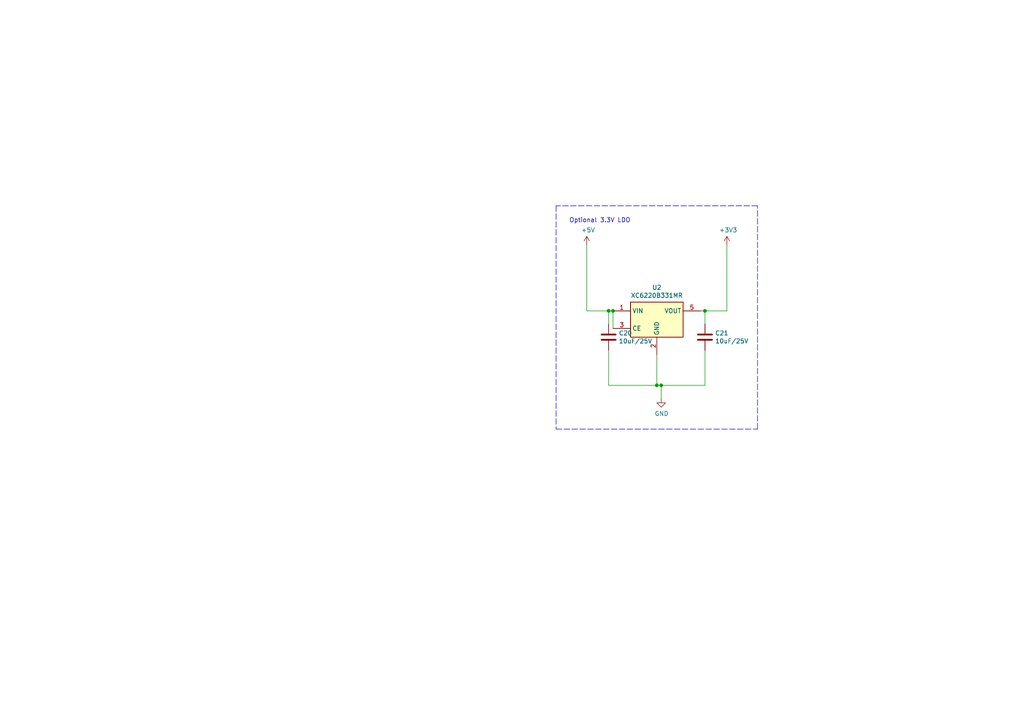
<source format=kicad_sch>
(kicad_sch (version 20211123) (generator eeschema)
  (paper "A4")
  (title_block (title "xESC BLDC Controller") (date "2021-12-01") (rev "2.0") (company "Clemens Elflein") (comment 1 "Creative Commons Attribution-NonCommercial-ShareAlike 4.0 International License.") (comment 2 "Licensed under "))
  (lib_symbols
    (symbol "Device:C" (pin_numbers hide) (pin_names (offset 0.254))
      (property "Reference" "C" (at 0.635 2.54 0))
      (property "Value" "C" (at 0.635 -2.54 0))
      (symbol "C_0_1"
        (polyline (pts (xy -2.032 -0.762) (xy 2.032 -0.762)) (stroke (width 0.508)))
        (polyline (pts (xy -2.032 0.762) (xy 2.032 0.762)) (stroke (width 0.508)))
      )
      (symbol "C_1_1"
        (pin passive line (at 0 3.81 270) (length 2.794) (name "~") (number "1"))
        (pin passive line (at 0 -3.81 90) (length 2.794) (name "~") (number "2"))
      )
    )
    (symbol "Regulator_Linear:XC6220B331MR"
      (property "Reference" "U" (at 0 8.89 0))
      (property "Value" "XC6220B331MR" (at 0 6.35 0))
      (symbol "XC6220B331MR_0_1"
        (rectangle (start -7.62 5.08) (end 7.62 -5.08) (stroke (width 0.254)) (fill (type background)))
      )
      (symbol "XC6220B331MR_1_1"
        (pin power_in line (at -12.7 2.54 0) (length 5.08) (name "VIN") (number "1"))
        (pin power_in line (at 0 -10.16 90) (length 5.08) (name "GND") (number "2"))
        (pin input line (at -12.7 -2.54 0) (length 5.08) (name "CE") (number "3"))
        (pin no_connect line (at 12.7 -2.54 180) (length 5.08) hide (name "NC") (number "4"))
        (pin power_out line (at 12.7 2.54 180) (length 5.08) (name "VOUT") (number "5"))
      )
    )
    (symbol "power:+3.3V" (power) (pin_names (offset 0))
      (property "Value" "+3.3V" (at 0 3.556 0))
      (symbol "+3.3V_0_1"
        (polyline (pts (xy -0.762 1.27) (xy 0 2.54)))
        (polyline (pts (xy 0 0) (xy 0 2.54)))
        (polyline (pts (xy 0 2.54) (xy 0.762 1.27)))
      )
      (symbol "+3.3V_1_1"
        (pin power_in line (at 0 0 90) (length 0) hide (name "+3V3") (number "1"))
      )
    )
    (symbol "power:+5V" (power) (pin_names (offset 0))
      (property "Value" "+5V" (at 0 3.556 0))
      (symbol "+5V_0_1"
        (polyline (pts (xy -0.762 1.27) (xy 0 2.54)))
        (polyline (pts (xy 0 0) (xy 0 2.54)))
        (polyline (pts (xy 0 2.54) (xy 0.762 1.27)))
      )
      (symbol "+5V_1_1"
        (pin power_in line (at 0 0 90) (length 0) hide (name "+5V") (number "1"))
      )
    )
    (symbol "power:GND" (power) (pin_names (offset 0))
      (property "Value" "GND" (at 0 -3.81 0))
      (symbol "GND_0_1"
        (polyline (pts (xy 0 0) (xy 0 -1.27) (xy 1.27 -1.27) (xy 0 -2.54) (xy -1.27 -1.27) (xy 0 -1.27)))
      )
      (symbol "GND_1_1"
        (pin power_in line (at 0 0 270) (length 0) hide (name "GND") (number "1"))
      )
    )
  )
  (junction (at 177.8 90.17))
  (junction (at 204.47 90.17))
  (junction (at 190.5 111.76))
  (junction (at 191.77 111.76))
  (junction (at 176.53 90.17))
  (wire (pts (xy 176.53 111.76) (xy 176.53 101.6)))
  (wire (pts (xy 204.47 111.76) (xy 204.47 101.6)))
  (wire (pts (xy 170.18 71.12) (xy 170.18 90.17)))
  (wire (pts (xy 177.8 95.25) (xy 177.8 90.17)))
  (wire (pts (xy 191.77 111.76) (xy 204.47 111.76)))
  (polyline (pts (xy 219.71 59.69) (xy 161.29 59.69)))
  (wire (pts (xy 191.77 115.57) (xy 191.77 111.76)))
  (wire (pts (xy 176.53 93.98) (xy 176.53 90.17)))
  (wire (pts (xy 203.2 90.17) (xy 204.47 90.17)))
  (wire (pts (xy 190.5 102.87) (xy 190.5 111.76)))
  (wire (pts (xy 191.77 111.76) (xy 190.5 111.76)))
  (wire (pts (xy 210.82 90.17) (xy 210.82 71.12)))
  (polyline (pts (xy 219.71 124.46) (xy 219.71 59.69)))
  (wire (pts (xy 204.47 90.17) (xy 210.82 90.17)))
  (wire (pts (xy 176.53 90.17) (xy 177.8 90.17)))
  (wire (pts (xy 204.47 93.98) (xy 204.47 90.17)))
  (polyline (pts (xy 161.29 59.69) (xy 161.29 124.46)))
  (polyline (pts (xy 161.29 124.46) (xy 219.71 124.46)))
  (wire (pts (xy 190.5 111.76) (xy 176.53 111.76)))
  (wire (pts (xy 176.53 90.17) (xy 170.18 90.17)))
  (text "Optional 3.3V LDO" (at 165.1 64.77 0) (effects (font (size 1.27 1.27)) (justify left bottom)))
  (symbol (lib_id "power:+3.3V") (at 210.82 71.12 0) (unit 1)
    (property "Reference" "#PWR0111" (effects hide))
    (property "Value" "+3.3V" (at 211.201 66.7258 0))
  )
  (symbol (lib_id "power:+5V") (at 170.18 71.12 0) (unit 1)
    (property "Reference" "#PWR0112" (effects hide))
    (property "Value" "+5V" (at 170.561 66.7258 0))
  )
  (symbol (lib_id "Device:C") (at 176.53 97.79 0) (unit 1)
    (property "Reference" "C20" (at 179.451 96.6216 0) (effects (justify left)))
    (property "Value" "10uF/25V" (at 179.451 98.933 0) (effects (justify left)))
    (property "Footprint" "Capacitor_SMD:C_1206_3216Metric" (effects hide))
    (property "Digikey" "1276-1075-1-ND" (effects hide))
    (property "Part Number" "CL31A106KAHNNNE" (effects hide))
    (property "Stock_PN" "C-1206-10uF-25V-X5R" (effects hide))
  )
  (symbol (lib_id "power:GND") (at 191.77 115.57 0) (unit 1)
    (property "Reference" "#PWR0114" (effects hide))
    (property "Value" "GND" (at 191.897 119.9642 0))
  )
  (symbol (lib_id "Device:C") (at 204.47 97.79 0) (unit 1)
    (property "Reference" "C21" (at 207.391 96.6216 0) (effects (justify left)))
    (property "Value" "10uF/25V" (at 207.391 98.933 0) (effects (justify left)))
    (property "Footprint" "Capacitor_SMD:C_1206_3216Metric" (effects hide))
    (property "Digikey" "1276-1075-1-ND" (effects hide))
    (property "Part Number" "CL31A106KAHNNNE" (effects hide))
    (property "Stock_PN" "C-1206-10uF-25V-X5R" (effects hide))
  )
  (symbol (lib_id "Regulator_Linear:XC6220B331MR") (at 190.5 92.71 0) (unit 1)
    (property "Reference" "U2" (at 190.5 83.3882 0))
    (property "Value" "XC6220B331MR" (at 190.5 85.6996 0))
    (property "Footprint" "Package_TO_SOT_SMD:SOT-23-5" (effects hide))
    (property "Datasheet" "https://www.torexsemi.com/file/xc6220/XC6220.pdf" (effects hide))
    (property "Part Number" "XC6220B331MR" (effects hide))
    (property "Digikey" "893-1133-1-ND" (effects hide))
    (property "LCSC" "C73336" (effects hide))
    (property "Stock_PN" "U-XC6220B331MR" (effects hide))
  )
)
</source>
